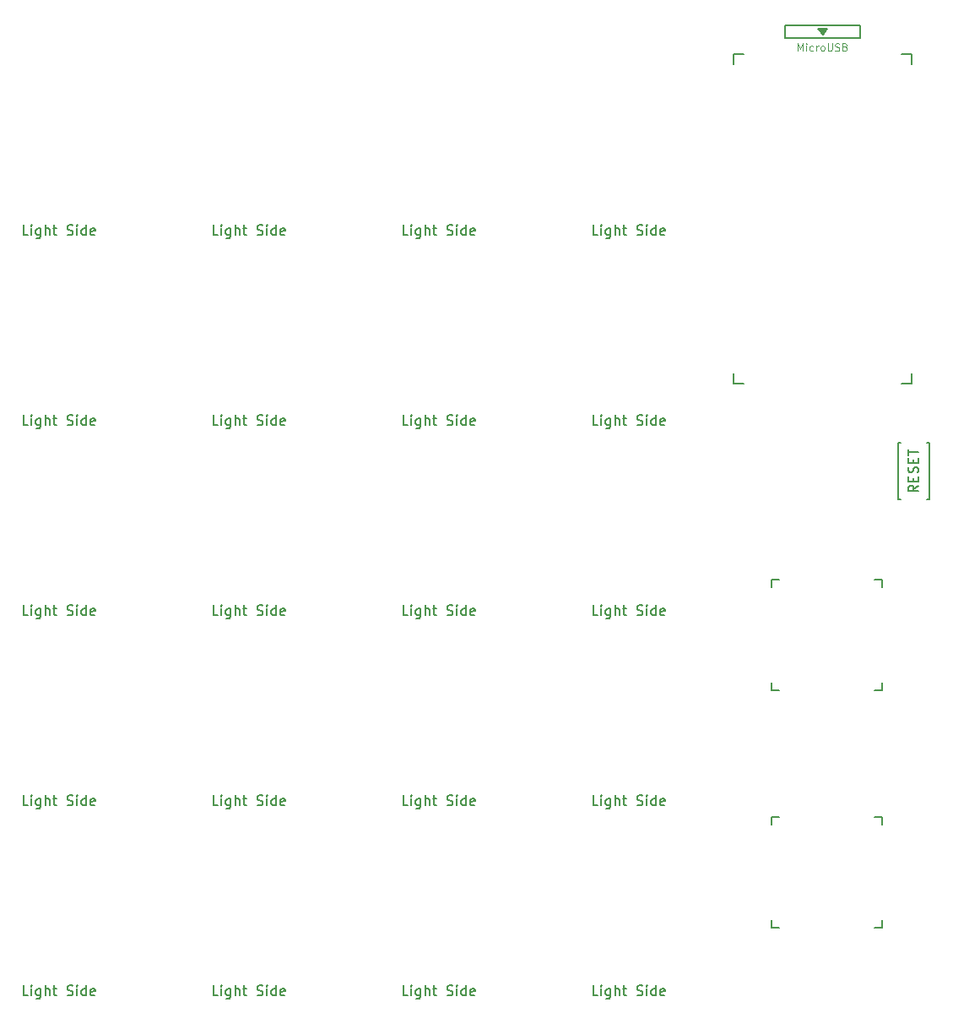
<source format=gto>
%TF.GenerationSoftware,KiCad,Pcbnew,(5.1.10-1-10_14)*%
%TF.CreationDate,2021-11-10T22:24:01+09:00*%
%TF.ProjectId,macropad,6d616372-6f70-4616-942e-6b696361645f,rev?*%
%TF.SameCoordinates,Original*%
%TF.FileFunction,Legend,Top*%
%TF.FilePolarity,Positive*%
%FSLAX46Y46*%
G04 Gerber Fmt 4.6, Leading zero omitted, Abs format (unit mm)*
G04 Created by KiCad (PCBNEW (5.1.10-1-10_14)) date 2021-11-10 22:24:01*
%MOMM*%
%LPD*%
G01*
G04 APERTURE LIST*
%ADD10C,0.150000*%
%ADD11C,0.120000*%
G04 APERTURE END LIST*
D10*
%TO.C,SW21*%
X110328500Y-167482250D02*
X109534750Y-167482250D01*
X109534750Y-167482250D02*
X109534750Y-166688500D01*
X110328500Y-156369750D02*
X109534750Y-156369750D01*
X109534750Y-156369750D02*
X109534750Y-157163500D01*
X119853500Y-167482250D02*
X120647250Y-167482250D01*
X120647250Y-167482250D02*
X120647250Y-166688500D01*
X120647250Y-157163500D02*
X120647250Y-156369750D01*
X120647250Y-156369750D02*
X119853500Y-156369750D01*
%TO.C,SW22*%
X120647250Y-180181750D02*
X119853500Y-180181750D01*
X120647250Y-180975500D02*
X120647250Y-180181750D01*
X120647250Y-191294250D02*
X120647250Y-190500500D01*
X119853500Y-191294250D02*
X120647250Y-191294250D01*
X109534750Y-180181750D02*
X109534750Y-180975500D01*
X110328500Y-180181750D02*
X109534750Y-180181750D01*
X109534750Y-191294250D02*
X109534750Y-190500500D01*
X110328500Y-191294250D02*
X109534750Y-191294250D01*
%TO.C,SW23*%
X122224896Y-142650000D02*
X122474896Y-142650000D01*
X122224896Y-148350000D02*
X122224896Y-142650000D01*
X122224896Y-148350000D02*
X122474896Y-148350000D01*
X125424896Y-148350000D02*
X125174896Y-148350000D01*
X125424896Y-142650000D02*
X125174896Y-142650000D01*
X125424896Y-148350000D02*
X125424896Y-142650000D01*
%TO.C,U1*%
X123591000Y-136750000D02*
X122581000Y-136750000D01*
X105791000Y-136750000D02*
X106791000Y-136750000D01*
X123591000Y-135750000D02*
X123591000Y-136750000D01*
X105791000Y-135700000D02*
X105791000Y-136750000D01*
X123591000Y-103700000D02*
X122641000Y-103700000D01*
X105791000Y-103700000D02*
X106791000Y-103700000D01*
X123591000Y-103700000D02*
X123591000Y-104700000D01*
X105791000Y-103700000D02*
X105791000Y-104700000D01*
X110941000Y-100800000D02*
X110941000Y-102100000D01*
X110941000Y-102100000D02*
X118441000Y-102100000D01*
X118441000Y-102100000D02*
X118441000Y-100800000D01*
X118441000Y-100800000D02*
X110941000Y-100800000D01*
X114191000Y-101150000D02*
X115191000Y-101150000D01*
X115191000Y-101150000D02*
X114691000Y-101800000D01*
X114691000Y-101800000D02*
X114191000Y-101150000D01*
X114341000Y-101300000D02*
X115041000Y-101300000D01*
X114441000Y-101450000D02*
X114941000Y-101450000D01*
X114541000Y-101600000D02*
X114841000Y-101600000D01*
%TO.C,L1*%
X35004761Y-121864380D02*
X34528571Y-121864380D01*
X34528571Y-120864380D01*
X35338095Y-121864380D02*
X35338095Y-121197714D01*
X35338095Y-120864380D02*
X35290476Y-120912000D01*
X35338095Y-120959619D01*
X35385714Y-120912000D01*
X35338095Y-120864380D01*
X35338095Y-120959619D01*
X36242857Y-121197714D02*
X36242857Y-122007238D01*
X36195238Y-122102476D01*
X36147619Y-122150095D01*
X36052380Y-122197714D01*
X35909523Y-122197714D01*
X35814285Y-122150095D01*
X36242857Y-121816761D02*
X36147619Y-121864380D01*
X35957142Y-121864380D01*
X35861904Y-121816761D01*
X35814285Y-121769142D01*
X35766666Y-121673904D01*
X35766666Y-121388190D01*
X35814285Y-121292952D01*
X35861904Y-121245333D01*
X35957142Y-121197714D01*
X36147619Y-121197714D01*
X36242857Y-121245333D01*
X36719047Y-121864380D02*
X36719047Y-120864380D01*
X37147619Y-121864380D02*
X37147619Y-121340571D01*
X37100000Y-121245333D01*
X37004761Y-121197714D01*
X36861904Y-121197714D01*
X36766666Y-121245333D01*
X36719047Y-121292952D01*
X37480952Y-121197714D02*
X37861904Y-121197714D01*
X37623809Y-120864380D02*
X37623809Y-121721523D01*
X37671428Y-121816761D01*
X37766666Y-121864380D01*
X37861904Y-121864380D01*
X38909523Y-121816761D02*
X39052380Y-121864380D01*
X39290476Y-121864380D01*
X39385714Y-121816761D01*
X39433333Y-121769142D01*
X39480952Y-121673904D01*
X39480952Y-121578666D01*
X39433333Y-121483428D01*
X39385714Y-121435809D01*
X39290476Y-121388190D01*
X39100000Y-121340571D01*
X39004761Y-121292952D01*
X38957142Y-121245333D01*
X38909523Y-121150095D01*
X38909523Y-121054857D01*
X38957142Y-120959619D01*
X39004761Y-120912000D01*
X39100000Y-120864380D01*
X39338095Y-120864380D01*
X39480952Y-120912000D01*
X39909523Y-121864380D02*
X39909523Y-121197714D01*
X39909523Y-120864380D02*
X39861904Y-120912000D01*
X39909523Y-120959619D01*
X39957142Y-120912000D01*
X39909523Y-120864380D01*
X39909523Y-120959619D01*
X40814285Y-121864380D02*
X40814285Y-120864380D01*
X40814285Y-121816761D02*
X40719047Y-121864380D01*
X40528571Y-121864380D01*
X40433333Y-121816761D01*
X40385714Y-121769142D01*
X40338095Y-121673904D01*
X40338095Y-121388190D01*
X40385714Y-121292952D01*
X40433333Y-121245333D01*
X40528571Y-121197714D01*
X40719047Y-121197714D01*
X40814285Y-121245333D01*
X41671428Y-121816761D02*
X41576190Y-121864380D01*
X41385714Y-121864380D01*
X41290476Y-121816761D01*
X41242857Y-121721523D01*
X41242857Y-121340571D01*
X41290476Y-121245333D01*
X41385714Y-121197714D01*
X41576190Y-121197714D01*
X41671428Y-121245333D01*
X41719047Y-121340571D01*
X41719047Y-121435809D01*
X41242857Y-121531047D01*
%TO.C,L2*%
X54054761Y-121864380D02*
X53578571Y-121864380D01*
X53578571Y-120864380D01*
X54388095Y-121864380D02*
X54388095Y-121197714D01*
X54388095Y-120864380D02*
X54340476Y-120912000D01*
X54388095Y-120959619D01*
X54435714Y-120912000D01*
X54388095Y-120864380D01*
X54388095Y-120959619D01*
X55292857Y-121197714D02*
X55292857Y-122007238D01*
X55245238Y-122102476D01*
X55197619Y-122150095D01*
X55102380Y-122197714D01*
X54959523Y-122197714D01*
X54864285Y-122150095D01*
X55292857Y-121816761D02*
X55197619Y-121864380D01*
X55007142Y-121864380D01*
X54911904Y-121816761D01*
X54864285Y-121769142D01*
X54816666Y-121673904D01*
X54816666Y-121388190D01*
X54864285Y-121292952D01*
X54911904Y-121245333D01*
X55007142Y-121197714D01*
X55197619Y-121197714D01*
X55292857Y-121245333D01*
X55769047Y-121864380D02*
X55769047Y-120864380D01*
X56197619Y-121864380D02*
X56197619Y-121340571D01*
X56150000Y-121245333D01*
X56054761Y-121197714D01*
X55911904Y-121197714D01*
X55816666Y-121245333D01*
X55769047Y-121292952D01*
X56530952Y-121197714D02*
X56911904Y-121197714D01*
X56673809Y-120864380D02*
X56673809Y-121721523D01*
X56721428Y-121816761D01*
X56816666Y-121864380D01*
X56911904Y-121864380D01*
X57959523Y-121816761D02*
X58102380Y-121864380D01*
X58340476Y-121864380D01*
X58435714Y-121816761D01*
X58483333Y-121769142D01*
X58530952Y-121673904D01*
X58530952Y-121578666D01*
X58483333Y-121483428D01*
X58435714Y-121435809D01*
X58340476Y-121388190D01*
X58150000Y-121340571D01*
X58054761Y-121292952D01*
X58007142Y-121245333D01*
X57959523Y-121150095D01*
X57959523Y-121054857D01*
X58007142Y-120959619D01*
X58054761Y-120912000D01*
X58150000Y-120864380D01*
X58388095Y-120864380D01*
X58530952Y-120912000D01*
X58959523Y-121864380D02*
X58959523Y-121197714D01*
X58959523Y-120864380D02*
X58911904Y-120912000D01*
X58959523Y-120959619D01*
X59007142Y-120912000D01*
X58959523Y-120864380D01*
X58959523Y-120959619D01*
X59864285Y-121864380D02*
X59864285Y-120864380D01*
X59864285Y-121816761D02*
X59769047Y-121864380D01*
X59578571Y-121864380D01*
X59483333Y-121816761D01*
X59435714Y-121769142D01*
X59388095Y-121673904D01*
X59388095Y-121388190D01*
X59435714Y-121292952D01*
X59483333Y-121245333D01*
X59578571Y-121197714D01*
X59769047Y-121197714D01*
X59864285Y-121245333D01*
X60721428Y-121816761D02*
X60626190Y-121864380D01*
X60435714Y-121864380D01*
X60340476Y-121816761D01*
X60292857Y-121721523D01*
X60292857Y-121340571D01*
X60340476Y-121245333D01*
X60435714Y-121197714D01*
X60626190Y-121197714D01*
X60721428Y-121245333D01*
X60769047Y-121340571D01*
X60769047Y-121435809D01*
X60292857Y-121531047D01*
%TO.C,L3*%
X73104761Y-121864380D02*
X72628571Y-121864380D01*
X72628571Y-120864380D01*
X73438095Y-121864380D02*
X73438095Y-121197714D01*
X73438095Y-120864380D02*
X73390476Y-120912000D01*
X73438095Y-120959619D01*
X73485714Y-120912000D01*
X73438095Y-120864380D01*
X73438095Y-120959619D01*
X74342857Y-121197714D02*
X74342857Y-122007238D01*
X74295238Y-122102476D01*
X74247619Y-122150095D01*
X74152380Y-122197714D01*
X74009523Y-122197714D01*
X73914285Y-122150095D01*
X74342857Y-121816761D02*
X74247619Y-121864380D01*
X74057142Y-121864380D01*
X73961904Y-121816761D01*
X73914285Y-121769142D01*
X73866666Y-121673904D01*
X73866666Y-121388190D01*
X73914285Y-121292952D01*
X73961904Y-121245333D01*
X74057142Y-121197714D01*
X74247619Y-121197714D01*
X74342857Y-121245333D01*
X74819047Y-121864380D02*
X74819047Y-120864380D01*
X75247619Y-121864380D02*
X75247619Y-121340571D01*
X75200000Y-121245333D01*
X75104761Y-121197714D01*
X74961904Y-121197714D01*
X74866666Y-121245333D01*
X74819047Y-121292952D01*
X75580952Y-121197714D02*
X75961904Y-121197714D01*
X75723809Y-120864380D02*
X75723809Y-121721523D01*
X75771428Y-121816761D01*
X75866666Y-121864380D01*
X75961904Y-121864380D01*
X77009523Y-121816761D02*
X77152380Y-121864380D01*
X77390476Y-121864380D01*
X77485714Y-121816761D01*
X77533333Y-121769142D01*
X77580952Y-121673904D01*
X77580952Y-121578666D01*
X77533333Y-121483428D01*
X77485714Y-121435809D01*
X77390476Y-121388190D01*
X77200000Y-121340571D01*
X77104761Y-121292952D01*
X77057142Y-121245333D01*
X77009523Y-121150095D01*
X77009523Y-121054857D01*
X77057142Y-120959619D01*
X77104761Y-120912000D01*
X77200000Y-120864380D01*
X77438095Y-120864380D01*
X77580952Y-120912000D01*
X78009523Y-121864380D02*
X78009523Y-121197714D01*
X78009523Y-120864380D02*
X77961904Y-120912000D01*
X78009523Y-120959619D01*
X78057142Y-120912000D01*
X78009523Y-120864380D01*
X78009523Y-120959619D01*
X78914285Y-121864380D02*
X78914285Y-120864380D01*
X78914285Y-121816761D02*
X78819047Y-121864380D01*
X78628571Y-121864380D01*
X78533333Y-121816761D01*
X78485714Y-121769142D01*
X78438095Y-121673904D01*
X78438095Y-121388190D01*
X78485714Y-121292952D01*
X78533333Y-121245333D01*
X78628571Y-121197714D01*
X78819047Y-121197714D01*
X78914285Y-121245333D01*
X79771428Y-121816761D02*
X79676190Y-121864380D01*
X79485714Y-121864380D01*
X79390476Y-121816761D01*
X79342857Y-121721523D01*
X79342857Y-121340571D01*
X79390476Y-121245333D01*
X79485714Y-121197714D01*
X79676190Y-121197714D01*
X79771428Y-121245333D01*
X79819047Y-121340571D01*
X79819047Y-121435809D01*
X79342857Y-121531047D01*
%TO.C,L4*%
X92154761Y-121864380D02*
X91678571Y-121864380D01*
X91678571Y-120864380D01*
X92488095Y-121864380D02*
X92488095Y-121197714D01*
X92488095Y-120864380D02*
X92440476Y-120912000D01*
X92488095Y-120959619D01*
X92535714Y-120912000D01*
X92488095Y-120864380D01*
X92488095Y-120959619D01*
X93392857Y-121197714D02*
X93392857Y-122007238D01*
X93345238Y-122102476D01*
X93297619Y-122150095D01*
X93202380Y-122197714D01*
X93059523Y-122197714D01*
X92964285Y-122150095D01*
X93392857Y-121816761D02*
X93297619Y-121864380D01*
X93107142Y-121864380D01*
X93011904Y-121816761D01*
X92964285Y-121769142D01*
X92916666Y-121673904D01*
X92916666Y-121388190D01*
X92964285Y-121292952D01*
X93011904Y-121245333D01*
X93107142Y-121197714D01*
X93297619Y-121197714D01*
X93392857Y-121245333D01*
X93869047Y-121864380D02*
X93869047Y-120864380D01*
X94297619Y-121864380D02*
X94297619Y-121340571D01*
X94250000Y-121245333D01*
X94154761Y-121197714D01*
X94011904Y-121197714D01*
X93916666Y-121245333D01*
X93869047Y-121292952D01*
X94630952Y-121197714D02*
X95011904Y-121197714D01*
X94773809Y-120864380D02*
X94773809Y-121721523D01*
X94821428Y-121816761D01*
X94916666Y-121864380D01*
X95011904Y-121864380D01*
X96059523Y-121816761D02*
X96202380Y-121864380D01*
X96440476Y-121864380D01*
X96535714Y-121816761D01*
X96583333Y-121769142D01*
X96630952Y-121673904D01*
X96630952Y-121578666D01*
X96583333Y-121483428D01*
X96535714Y-121435809D01*
X96440476Y-121388190D01*
X96250000Y-121340571D01*
X96154761Y-121292952D01*
X96107142Y-121245333D01*
X96059523Y-121150095D01*
X96059523Y-121054857D01*
X96107142Y-120959619D01*
X96154761Y-120912000D01*
X96250000Y-120864380D01*
X96488095Y-120864380D01*
X96630952Y-120912000D01*
X97059523Y-121864380D02*
X97059523Y-121197714D01*
X97059523Y-120864380D02*
X97011904Y-120912000D01*
X97059523Y-120959619D01*
X97107142Y-120912000D01*
X97059523Y-120864380D01*
X97059523Y-120959619D01*
X97964285Y-121864380D02*
X97964285Y-120864380D01*
X97964285Y-121816761D02*
X97869047Y-121864380D01*
X97678571Y-121864380D01*
X97583333Y-121816761D01*
X97535714Y-121769142D01*
X97488095Y-121673904D01*
X97488095Y-121388190D01*
X97535714Y-121292952D01*
X97583333Y-121245333D01*
X97678571Y-121197714D01*
X97869047Y-121197714D01*
X97964285Y-121245333D01*
X98821428Y-121816761D02*
X98726190Y-121864380D01*
X98535714Y-121864380D01*
X98440476Y-121816761D01*
X98392857Y-121721523D01*
X98392857Y-121340571D01*
X98440476Y-121245333D01*
X98535714Y-121197714D01*
X98726190Y-121197714D01*
X98821428Y-121245333D01*
X98869047Y-121340571D01*
X98869047Y-121435809D01*
X98392857Y-121531047D01*
%TO.C,L5*%
X35004761Y-140914380D02*
X34528571Y-140914380D01*
X34528571Y-139914380D01*
X35338095Y-140914380D02*
X35338095Y-140247714D01*
X35338095Y-139914380D02*
X35290476Y-139962000D01*
X35338095Y-140009619D01*
X35385714Y-139962000D01*
X35338095Y-139914380D01*
X35338095Y-140009619D01*
X36242857Y-140247714D02*
X36242857Y-141057238D01*
X36195238Y-141152476D01*
X36147619Y-141200095D01*
X36052380Y-141247714D01*
X35909523Y-141247714D01*
X35814285Y-141200095D01*
X36242857Y-140866761D02*
X36147619Y-140914380D01*
X35957142Y-140914380D01*
X35861904Y-140866761D01*
X35814285Y-140819142D01*
X35766666Y-140723904D01*
X35766666Y-140438190D01*
X35814285Y-140342952D01*
X35861904Y-140295333D01*
X35957142Y-140247714D01*
X36147619Y-140247714D01*
X36242857Y-140295333D01*
X36719047Y-140914380D02*
X36719047Y-139914380D01*
X37147619Y-140914380D02*
X37147619Y-140390571D01*
X37100000Y-140295333D01*
X37004761Y-140247714D01*
X36861904Y-140247714D01*
X36766666Y-140295333D01*
X36719047Y-140342952D01*
X37480952Y-140247714D02*
X37861904Y-140247714D01*
X37623809Y-139914380D02*
X37623809Y-140771523D01*
X37671428Y-140866761D01*
X37766666Y-140914380D01*
X37861904Y-140914380D01*
X38909523Y-140866761D02*
X39052380Y-140914380D01*
X39290476Y-140914380D01*
X39385714Y-140866761D01*
X39433333Y-140819142D01*
X39480952Y-140723904D01*
X39480952Y-140628666D01*
X39433333Y-140533428D01*
X39385714Y-140485809D01*
X39290476Y-140438190D01*
X39100000Y-140390571D01*
X39004761Y-140342952D01*
X38957142Y-140295333D01*
X38909523Y-140200095D01*
X38909523Y-140104857D01*
X38957142Y-140009619D01*
X39004761Y-139962000D01*
X39100000Y-139914380D01*
X39338095Y-139914380D01*
X39480952Y-139962000D01*
X39909523Y-140914380D02*
X39909523Y-140247714D01*
X39909523Y-139914380D02*
X39861904Y-139962000D01*
X39909523Y-140009619D01*
X39957142Y-139962000D01*
X39909523Y-139914380D01*
X39909523Y-140009619D01*
X40814285Y-140914380D02*
X40814285Y-139914380D01*
X40814285Y-140866761D02*
X40719047Y-140914380D01*
X40528571Y-140914380D01*
X40433333Y-140866761D01*
X40385714Y-140819142D01*
X40338095Y-140723904D01*
X40338095Y-140438190D01*
X40385714Y-140342952D01*
X40433333Y-140295333D01*
X40528571Y-140247714D01*
X40719047Y-140247714D01*
X40814285Y-140295333D01*
X41671428Y-140866761D02*
X41576190Y-140914380D01*
X41385714Y-140914380D01*
X41290476Y-140866761D01*
X41242857Y-140771523D01*
X41242857Y-140390571D01*
X41290476Y-140295333D01*
X41385714Y-140247714D01*
X41576190Y-140247714D01*
X41671428Y-140295333D01*
X41719047Y-140390571D01*
X41719047Y-140485809D01*
X41242857Y-140581047D01*
%TO.C,L6*%
X54054761Y-140914380D02*
X53578571Y-140914380D01*
X53578571Y-139914380D01*
X54388095Y-140914380D02*
X54388095Y-140247714D01*
X54388095Y-139914380D02*
X54340476Y-139962000D01*
X54388095Y-140009619D01*
X54435714Y-139962000D01*
X54388095Y-139914380D01*
X54388095Y-140009619D01*
X55292857Y-140247714D02*
X55292857Y-141057238D01*
X55245238Y-141152476D01*
X55197619Y-141200095D01*
X55102380Y-141247714D01*
X54959523Y-141247714D01*
X54864285Y-141200095D01*
X55292857Y-140866761D02*
X55197619Y-140914380D01*
X55007142Y-140914380D01*
X54911904Y-140866761D01*
X54864285Y-140819142D01*
X54816666Y-140723904D01*
X54816666Y-140438190D01*
X54864285Y-140342952D01*
X54911904Y-140295333D01*
X55007142Y-140247714D01*
X55197619Y-140247714D01*
X55292857Y-140295333D01*
X55769047Y-140914380D02*
X55769047Y-139914380D01*
X56197619Y-140914380D02*
X56197619Y-140390571D01*
X56150000Y-140295333D01*
X56054761Y-140247714D01*
X55911904Y-140247714D01*
X55816666Y-140295333D01*
X55769047Y-140342952D01*
X56530952Y-140247714D02*
X56911904Y-140247714D01*
X56673809Y-139914380D02*
X56673809Y-140771523D01*
X56721428Y-140866761D01*
X56816666Y-140914380D01*
X56911904Y-140914380D01*
X57959523Y-140866761D02*
X58102380Y-140914380D01*
X58340476Y-140914380D01*
X58435714Y-140866761D01*
X58483333Y-140819142D01*
X58530952Y-140723904D01*
X58530952Y-140628666D01*
X58483333Y-140533428D01*
X58435714Y-140485809D01*
X58340476Y-140438190D01*
X58150000Y-140390571D01*
X58054761Y-140342952D01*
X58007142Y-140295333D01*
X57959523Y-140200095D01*
X57959523Y-140104857D01*
X58007142Y-140009619D01*
X58054761Y-139962000D01*
X58150000Y-139914380D01*
X58388095Y-139914380D01*
X58530952Y-139962000D01*
X58959523Y-140914380D02*
X58959523Y-140247714D01*
X58959523Y-139914380D02*
X58911904Y-139962000D01*
X58959523Y-140009619D01*
X59007142Y-139962000D01*
X58959523Y-139914380D01*
X58959523Y-140009619D01*
X59864285Y-140914380D02*
X59864285Y-139914380D01*
X59864285Y-140866761D02*
X59769047Y-140914380D01*
X59578571Y-140914380D01*
X59483333Y-140866761D01*
X59435714Y-140819142D01*
X59388095Y-140723904D01*
X59388095Y-140438190D01*
X59435714Y-140342952D01*
X59483333Y-140295333D01*
X59578571Y-140247714D01*
X59769047Y-140247714D01*
X59864285Y-140295333D01*
X60721428Y-140866761D02*
X60626190Y-140914380D01*
X60435714Y-140914380D01*
X60340476Y-140866761D01*
X60292857Y-140771523D01*
X60292857Y-140390571D01*
X60340476Y-140295333D01*
X60435714Y-140247714D01*
X60626190Y-140247714D01*
X60721428Y-140295333D01*
X60769047Y-140390571D01*
X60769047Y-140485809D01*
X60292857Y-140581047D01*
%TO.C,L7*%
X73104761Y-140914380D02*
X72628571Y-140914380D01*
X72628571Y-139914380D01*
X73438095Y-140914380D02*
X73438095Y-140247714D01*
X73438095Y-139914380D02*
X73390476Y-139962000D01*
X73438095Y-140009619D01*
X73485714Y-139962000D01*
X73438095Y-139914380D01*
X73438095Y-140009619D01*
X74342857Y-140247714D02*
X74342857Y-141057238D01*
X74295238Y-141152476D01*
X74247619Y-141200095D01*
X74152380Y-141247714D01*
X74009523Y-141247714D01*
X73914285Y-141200095D01*
X74342857Y-140866761D02*
X74247619Y-140914380D01*
X74057142Y-140914380D01*
X73961904Y-140866761D01*
X73914285Y-140819142D01*
X73866666Y-140723904D01*
X73866666Y-140438190D01*
X73914285Y-140342952D01*
X73961904Y-140295333D01*
X74057142Y-140247714D01*
X74247619Y-140247714D01*
X74342857Y-140295333D01*
X74819047Y-140914380D02*
X74819047Y-139914380D01*
X75247619Y-140914380D02*
X75247619Y-140390571D01*
X75200000Y-140295333D01*
X75104761Y-140247714D01*
X74961904Y-140247714D01*
X74866666Y-140295333D01*
X74819047Y-140342952D01*
X75580952Y-140247714D02*
X75961904Y-140247714D01*
X75723809Y-139914380D02*
X75723809Y-140771523D01*
X75771428Y-140866761D01*
X75866666Y-140914380D01*
X75961904Y-140914380D01*
X77009523Y-140866761D02*
X77152380Y-140914380D01*
X77390476Y-140914380D01*
X77485714Y-140866761D01*
X77533333Y-140819142D01*
X77580952Y-140723904D01*
X77580952Y-140628666D01*
X77533333Y-140533428D01*
X77485714Y-140485809D01*
X77390476Y-140438190D01*
X77200000Y-140390571D01*
X77104761Y-140342952D01*
X77057142Y-140295333D01*
X77009523Y-140200095D01*
X77009523Y-140104857D01*
X77057142Y-140009619D01*
X77104761Y-139962000D01*
X77200000Y-139914380D01*
X77438095Y-139914380D01*
X77580952Y-139962000D01*
X78009523Y-140914380D02*
X78009523Y-140247714D01*
X78009523Y-139914380D02*
X77961904Y-139962000D01*
X78009523Y-140009619D01*
X78057142Y-139962000D01*
X78009523Y-139914380D01*
X78009523Y-140009619D01*
X78914285Y-140914380D02*
X78914285Y-139914380D01*
X78914285Y-140866761D02*
X78819047Y-140914380D01*
X78628571Y-140914380D01*
X78533333Y-140866761D01*
X78485714Y-140819142D01*
X78438095Y-140723904D01*
X78438095Y-140438190D01*
X78485714Y-140342952D01*
X78533333Y-140295333D01*
X78628571Y-140247714D01*
X78819047Y-140247714D01*
X78914285Y-140295333D01*
X79771428Y-140866761D02*
X79676190Y-140914380D01*
X79485714Y-140914380D01*
X79390476Y-140866761D01*
X79342857Y-140771523D01*
X79342857Y-140390571D01*
X79390476Y-140295333D01*
X79485714Y-140247714D01*
X79676190Y-140247714D01*
X79771428Y-140295333D01*
X79819047Y-140390571D01*
X79819047Y-140485809D01*
X79342857Y-140581047D01*
%TO.C,L8*%
X92154761Y-140914380D02*
X91678571Y-140914380D01*
X91678571Y-139914380D01*
X92488095Y-140914380D02*
X92488095Y-140247714D01*
X92488095Y-139914380D02*
X92440476Y-139962000D01*
X92488095Y-140009619D01*
X92535714Y-139962000D01*
X92488095Y-139914380D01*
X92488095Y-140009619D01*
X93392857Y-140247714D02*
X93392857Y-141057238D01*
X93345238Y-141152476D01*
X93297619Y-141200095D01*
X93202380Y-141247714D01*
X93059523Y-141247714D01*
X92964285Y-141200095D01*
X93392857Y-140866761D02*
X93297619Y-140914380D01*
X93107142Y-140914380D01*
X93011904Y-140866761D01*
X92964285Y-140819142D01*
X92916666Y-140723904D01*
X92916666Y-140438190D01*
X92964285Y-140342952D01*
X93011904Y-140295333D01*
X93107142Y-140247714D01*
X93297619Y-140247714D01*
X93392857Y-140295333D01*
X93869047Y-140914380D02*
X93869047Y-139914380D01*
X94297619Y-140914380D02*
X94297619Y-140390571D01*
X94250000Y-140295333D01*
X94154761Y-140247714D01*
X94011904Y-140247714D01*
X93916666Y-140295333D01*
X93869047Y-140342952D01*
X94630952Y-140247714D02*
X95011904Y-140247714D01*
X94773809Y-139914380D02*
X94773809Y-140771523D01*
X94821428Y-140866761D01*
X94916666Y-140914380D01*
X95011904Y-140914380D01*
X96059523Y-140866761D02*
X96202380Y-140914380D01*
X96440476Y-140914380D01*
X96535714Y-140866761D01*
X96583333Y-140819142D01*
X96630952Y-140723904D01*
X96630952Y-140628666D01*
X96583333Y-140533428D01*
X96535714Y-140485809D01*
X96440476Y-140438190D01*
X96250000Y-140390571D01*
X96154761Y-140342952D01*
X96107142Y-140295333D01*
X96059523Y-140200095D01*
X96059523Y-140104857D01*
X96107142Y-140009619D01*
X96154761Y-139962000D01*
X96250000Y-139914380D01*
X96488095Y-139914380D01*
X96630952Y-139962000D01*
X97059523Y-140914380D02*
X97059523Y-140247714D01*
X97059523Y-139914380D02*
X97011904Y-139962000D01*
X97059523Y-140009619D01*
X97107142Y-139962000D01*
X97059523Y-139914380D01*
X97059523Y-140009619D01*
X97964285Y-140914380D02*
X97964285Y-139914380D01*
X97964285Y-140866761D02*
X97869047Y-140914380D01*
X97678571Y-140914380D01*
X97583333Y-140866761D01*
X97535714Y-140819142D01*
X97488095Y-140723904D01*
X97488095Y-140438190D01*
X97535714Y-140342952D01*
X97583333Y-140295333D01*
X97678571Y-140247714D01*
X97869047Y-140247714D01*
X97964285Y-140295333D01*
X98821428Y-140866761D02*
X98726190Y-140914380D01*
X98535714Y-140914380D01*
X98440476Y-140866761D01*
X98392857Y-140771523D01*
X98392857Y-140390571D01*
X98440476Y-140295333D01*
X98535714Y-140247714D01*
X98726190Y-140247714D01*
X98821428Y-140295333D01*
X98869047Y-140390571D01*
X98869047Y-140485809D01*
X98392857Y-140581047D01*
%TO.C,L9*%
X35004761Y-159964380D02*
X34528571Y-159964380D01*
X34528571Y-158964380D01*
X35338095Y-159964380D02*
X35338095Y-159297714D01*
X35338095Y-158964380D02*
X35290476Y-159012000D01*
X35338095Y-159059619D01*
X35385714Y-159012000D01*
X35338095Y-158964380D01*
X35338095Y-159059619D01*
X36242857Y-159297714D02*
X36242857Y-160107238D01*
X36195238Y-160202476D01*
X36147619Y-160250095D01*
X36052380Y-160297714D01*
X35909523Y-160297714D01*
X35814285Y-160250095D01*
X36242857Y-159916761D02*
X36147619Y-159964380D01*
X35957142Y-159964380D01*
X35861904Y-159916761D01*
X35814285Y-159869142D01*
X35766666Y-159773904D01*
X35766666Y-159488190D01*
X35814285Y-159392952D01*
X35861904Y-159345333D01*
X35957142Y-159297714D01*
X36147619Y-159297714D01*
X36242857Y-159345333D01*
X36719047Y-159964380D02*
X36719047Y-158964380D01*
X37147619Y-159964380D02*
X37147619Y-159440571D01*
X37100000Y-159345333D01*
X37004761Y-159297714D01*
X36861904Y-159297714D01*
X36766666Y-159345333D01*
X36719047Y-159392952D01*
X37480952Y-159297714D02*
X37861904Y-159297714D01*
X37623809Y-158964380D02*
X37623809Y-159821523D01*
X37671428Y-159916761D01*
X37766666Y-159964380D01*
X37861904Y-159964380D01*
X38909523Y-159916761D02*
X39052380Y-159964380D01*
X39290476Y-159964380D01*
X39385714Y-159916761D01*
X39433333Y-159869142D01*
X39480952Y-159773904D01*
X39480952Y-159678666D01*
X39433333Y-159583428D01*
X39385714Y-159535809D01*
X39290476Y-159488190D01*
X39100000Y-159440571D01*
X39004761Y-159392952D01*
X38957142Y-159345333D01*
X38909523Y-159250095D01*
X38909523Y-159154857D01*
X38957142Y-159059619D01*
X39004761Y-159012000D01*
X39100000Y-158964380D01*
X39338095Y-158964380D01*
X39480952Y-159012000D01*
X39909523Y-159964380D02*
X39909523Y-159297714D01*
X39909523Y-158964380D02*
X39861904Y-159012000D01*
X39909523Y-159059619D01*
X39957142Y-159012000D01*
X39909523Y-158964380D01*
X39909523Y-159059619D01*
X40814285Y-159964380D02*
X40814285Y-158964380D01*
X40814285Y-159916761D02*
X40719047Y-159964380D01*
X40528571Y-159964380D01*
X40433333Y-159916761D01*
X40385714Y-159869142D01*
X40338095Y-159773904D01*
X40338095Y-159488190D01*
X40385714Y-159392952D01*
X40433333Y-159345333D01*
X40528571Y-159297714D01*
X40719047Y-159297714D01*
X40814285Y-159345333D01*
X41671428Y-159916761D02*
X41576190Y-159964380D01*
X41385714Y-159964380D01*
X41290476Y-159916761D01*
X41242857Y-159821523D01*
X41242857Y-159440571D01*
X41290476Y-159345333D01*
X41385714Y-159297714D01*
X41576190Y-159297714D01*
X41671428Y-159345333D01*
X41719047Y-159440571D01*
X41719047Y-159535809D01*
X41242857Y-159631047D01*
%TO.C,L10*%
X54054761Y-159964380D02*
X53578571Y-159964380D01*
X53578571Y-158964380D01*
X54388095Y-159964380D02*
X54388095Y-159297714D01*
X54388095Y-158964380D02*
X54340476Y-159012000D01*
X54388095Y-159059619D01*
X54435714Y-159012000D01*
X54388095Y-158964380D01*
X54388095Y-159059619D01*
X55292857Y-159297714D02*
X55292857Y-160107238D01*
X55245238Y-160202476D01*
X55197619Y-160250095D01*
X55102380Y-160297714D01*
X54959523Y-160297714D01*
X54864285Y-160250095D01*
X55292857Y-159916761D02*
X55197619Y-159964380D01*
X55007142Y-159964380D01*
X54911904Y-159916761D01*
X54864285Y-159869142D01*
X54816666Y-159773904D01*
X54816666Y-159488190D01*
X54864285Y-159392952D01*
X54911904Y-159345333D01*
X55007142Y-159297714D01*
X55197619Y-159297714D01*
X55292857Y-159345333D01*
X55769047Y-159964380D02*
X55769047Y-158964380D01*
X56197619Y-159964380D02*
X56197619Y-159440571D01*
X56150000Y-159345333D01*
X56054761Y-159297714D01*
X55911904Y-159297714D01*
X55816666Y-159345333D01*
X55769047Y-159392952D01*
X56530952Y-159297714D02*
X56911904Y-159297714D01*
X56673809Y-158964380D02*
X56673809Y-159821523D01*
X56721428Y-159916761D01*
X56816666Y-159964380D01*
X56911904Y-159964380D01*
X57959523Y-159916761D02*
X58102380Y-159964380D01*
X58340476Y-159964380D01*
X58435714Y-159916761D01*
X58483333Y-159869142D01*
X58530952Y-159773904D01*
X58530952Y-159678666D01*
X58483333Y-159583428D01*
X58435714Y-159535809D01*
X58340476Y-159488190D01*
X58150000Y-159440571D01*
X58054761Y-159392952D01*
X58007142Y-159345333D01*
X57959523Y-159250095D01*
X57959523Y-159154857D01*
X58007142Y-159059619D01*
X58054761Y-159012000D01*
X58150000Y-158964380D01*
X58388095Y-158964380D01*
X58530952Y-159012000D01*
X58959523Y-159964380D02*
X58959523Y-159297714D01*
X58959523Y-158964380D02*
X58911904Y-159012000D01*
X58959523Y-159059619D01*
X59007142Y-159012000D01*
X58959523Y-158964380D01*
X58959523Y-159059619D01*
X59864285Y-159964380D02*
X59864285Y-158964380D01*
X59864285Y-159916761D02*
X59769047Y-159964380D01*
X59578571Y-159964380D01*
X59483333Y-159916761D01*
X59435714Y-159869142D01*
X59388095Y-159773904D01*
X59388095Y-159488190D01*
X59435714Y-159392952D01*
X59483333Y-159345333D01*
X59578571Y-159297714D01*
X59769047Y-159297714D01*
X59864285Y-159345333D01*
X60721428Y-159916761D02*
X60626190Y-159964380D01*
X60435714Y-159964380D01*
X60340476Y-159916761D01*
X60292857Y-159821523D01*
X60292857Y-159440571D01*
X60340476Y-159345333D01*
X60435714Y-159297714D01*
X60626190Y-159297714D01*
X60721428Y-159345333D01*
X60769047Y-159440571D01*
X60769047Y-159535809D01*
X60292857Y-159631047D01*
%TO.C,L11*%
X73104761Y-159964380D02*
X72628571Y-159964380D01*
X72628571Y-158964380D01*
X73438095Y-159964380D02*
X73438095Y-159297714D01*
X73438095Y-158964380D02*
X73390476Y-159012000D01*
X73438095Y-159059619D01*
X73485714Y-159012000D01*
X73438095Y-158964380D01*
X73438095Y-159059619D01*
X74342857Y-159297714D02*
X74342857Y-160107238D01*
X74295238Y-160202476D01*
X74247619Y-160250095D01*
X74152380Y-160297714D01*
X74009523Y-160297714D01*
X73914285Y-160250095D01*
X74342857Y-159916761D02*
X74247619Y-159964380D01*
X74057142Y-159964380D01*
X73961904Y-159916761D01*
X73914285Y-159869142D01*
X73866666Y-159773904D01*
X73866666Y-159488190D01*
X73914285Y-159392952D01*
X73961904Y-159345333D01*
X74057142Y-159297714D01*
X74247619Y-159297714D01*
X74342857Y-159345333D01*
X74819047Y-159964380D02*
X74819047Y-158964380D01*
X75247619Y-159964380D02*
X75247619Y-159440571D01*
X75200000Y-159345333D01*
X75104761Y-159297714D01*
X74961904Y-159297714D01*
X74866666Y-159345333D01*
X74819047Y-159392952D01*
X75580952Y-159297714D02*
X75961904Y-159297714D01*
X75723809Y-158964380D02*
X75723809Y-159821523D01*
X75771428Y-159916761D01*
X75866666Y-159964380D01*
X75961904Y-159964380D01*
X77009523Y-159916761D02*
X77152380Y-159964380D01*
X77390476Y-159964380D01*
X77485714Y-159916761D01*
X77533333Y-159869142D01*
X77580952Y-159773904D01*
X77580952Y-159678666D01*
X77533333Y-159583428D01*
X77485714Y-159535809D01*
X77390476Y-159488190D01*
X77200000Y-159440571D01*
X77104761Y-159392952D01*
X77057142Y-159345333D01*
X77009523Y-159250095D01*
X77009523Y-159154857D01*
X77057142Y-159059619D01*
X77104761Y-159012000D01*
X77200000Y-158964380D01*
X77438095Y-158964380D01*
X77580952Y-159012000D01*
X78009523Y-159964380D02*
X78009523Y-159297714D01*
X78009523Y-158964380D02*
X77961904Y-159012000D01*
X78009523Y-159059619D01*
X78057142Y-159012000D01*
X78009523Y-158964380D01*
X78009523Y-159059619D01*
X78914285Y-159964380D02*
X78914285Y-158964380D01*
X78914285Y-159916761D02*
X78819047Y-159964380D01*
X78628571Y-159964380D01*
X78533333Y-159916761D01*
X78485714Y-159869142D01*
X78438095Y-159773904D01*
X78438095Y-159488190D01*
X78485714Y-159392952D01*
X78533333Y-159345333D01*
X78628571Y-159297714D01*
X78819047Y-159297714D01*
X78914285Y-159345333D01*
X79771428Y-159916761D02*
X79676190Y-159964380D01*
X79485714Y-159964380D01*
X79390476Y-159916761D01*
X79342857Y-159821523D01*
X79342857Y-159440571D01*
X79390476Y-159345333D01*
X79485714Y-159297714D01*
X79676190Y-159297714D01*
X79771428Y-159345333D01*
X79819047Y-159440571D01*
X79819047Y-159535809D01*
X79342857Y-159631047D01*
%TO.C,L12*%
X92154761Y-159964380D02*
X91678571Y-159964380D01*
X91678571Y-158964380D01*
X92488095Y-159964380D02*
X92488095Y-159297714D01*
X92488095Y-158964380D02*
X92440476Y-159012000D01*
X92488095Y-159059619D01*
X92535714Y-159012000D01*
X92488095Y-158964380D01*
X92488095Y-159059619D01*
X93392857Y-159297714D02*
X93392857Y-160107238D01*
X93345238Y-160202476D01*
X93297619Y-160250095D01*
X93202380Y-160297714D01*
X93059523Y-160297714D01*
X92964285Y-160250095D01*
X93392857Y-159916761D02*
X93297619Y-159964380D01*
X93107142Y-159964380D01*
X93011904Y-159916761D01*
X92964285Y-159869142D01*
X92916666Y-159773904D01*
X92916666Y-159488190D01*
X92964285Y-159392952D01*
X93011904Y-159345333D01*
X93107142Y-159297714D01*
X93297619Y-159297714D01*
X93392857Y-159345333D01*
X93869047Y-159964380D02*
X93869047Y-158964380D01*
X94297619Y-159964380D02*
X94297619Y-159440571D01*
X94250000Y-159345333D01*
X94154761Y-159297714D01*
X94011904Y-159297714D01*
X93916666Y-159345333D01*
X93869047Y-159392952D01*
X94630952Y-159297714D02*
X95011904Y-159297714D01*
X94773809Y-158964380D02*
X94773809Y-159821523D01*
X94821428Y-159916761D01*
X94916666Y-159964380D01*
X95011904Y-159964380D01*
X96059523Y-159916761D02*
X96202380Y-159964380D01*
X96440476Y-159964380D01*
X96535714Y-159916761D01*
X96583333Y-159869142D01*
X96630952Y-159773904D01*
X96630952Y-159678666D01*
X96583333Y-159583428D01*
X96535714Y-159535809D01*
X96440476Y-159488190D01*
X96250000Y-159440571D01*
X96154761Y-159392952D01*
X96107142Y-159345333D01*
X96059523Y-159250095D01*
X96059523Y-159154857D01*
X96107142Y-159059619D01*
X96154761Y-159012000D01*
X96250000Y-158964380D01*
X96488095Y-158964380D01*
X96630952Y-159012000D01*
X97059523Y-159964380D02*
X97059523Y-159297714D01*
X97059523Y-158964380D02*
X97011904Y-159012000D01*
X97059523Y-159059619D01*
X97107142Y-159012000D01*
X97059523Y-158964380D01*
X97059523Y-159059619D01*
X97964285Y-159964380D02*
X97964285Y-158964380D01*
X97964285Y-159916761D02*
X97869047Y-159964380D01*
X97678571Y-159964380D01*
X97583333Y-159916761D01*
X97535714Y-159869142D01*
X97488095Y-159773904D01*
X97488095Y-159488190D01*
X97535714Y-159392952D01*
X97583333Y-159345333D01*
X97678571Y-159297714D01*
X97869047Y-159297714D01*
X97964285Y-159345333D01*
X98821428Y-159916761D02*
X98726190Y-159964380D01*
X98535714Y-159964380D01*
X98440476Y-159916761D01*
X98392857Y-159821523D01*
X98392857Y-159440571D01*
X98440476Y-159345333D01*
X98535714Y-159297714D01*
X98726190Y-159297714D01*
X98821428Y-159345333D01*
X98869047Y-159440571D01*
X98869047Y-159535809D01*
X98392857Y-159631047D01*
%TO.C,L13*%
X35004761Y-179014380D02*
X34528571Y-179014380D01*
X34528571Y-178014380D01*
X35338095Y-179014380D02*
X35338095Y-178347714D01*
X35338095Y-178014380D02*
X35290476Y-178062000D01*
X35338095Y-178109619D01*
X35385714Y-178062000D01*
X35338095Y-178014380D01*
X35338095Y-178109619D01*
X36242857Y-178347714D02*
X36242857Y-179157238D01*
X36195238Y-179252476D01*
X36147619Y-179300095D01*
X36052380Y-179347714D01*
X35909523Y-179347714D01*
X35814285Y-179300095D01*
X36242857Y-178966761D02*
X36147619Y-179014380D01*
X35957142Y-179014380D01*
X35861904Y-178966761D01*
X35814285Y-178919142D01*
X35766666Y-178823904D01*
X35766666Y-178538190D01*
X35814285Y-178442952D01*
X35861904Y-178395333D01*
X35957142Y-178347714D01*
X36147619Y-178347714D01*
X36242857Y-178395333D01*
X36719047Y-179014380D02*
X36719047Y-178014380D01*
X37147619Y-179014380D02*
X37147619Y-178490571D01*
X37100000Y-178395333D01*
X37004761Y-178347714D01*
X36861904Y-178347714D01*
X36766666Y-178395333D01*
X36719047Y-178442952D01*
X37480952Y-178347714D02*
X37861904Y-178347714D01*
X37623809Y-178014380D02*
X37623809Y-178871523D01*
X37671428Y-178966761D01*
X37766666Y-179014380D01*
X37861904Y-179014380D01*
X38909523Y-178966761D02*
X39052380Y-179014380D01*
X39290476Y-179014380D01*
X39385714Y-178966761D01*
X39433333Y-178919142D01*
X39480952Y-178823904D01*
X39480952Y-178728666D01*
X39433333Y-178633428D01*
X39385714Y-178585809D01*
X39290476Y-178538190D01*
X39100000Y-178490571D01*
X39004761Y-178442952D01*
X38957142Y-178395333D01*
X38909523Y-178300095D01*
X38909523Y-178204857D01*
X38957142Y-178109619D01*
X39004761Y-178062000D01*
X39100000Y-178014380D01*
X39338095Y-178014380D01*
X39480952Y-178062000D01*
X39909523Y-179014380D02*
X39909523Y-178347714D01*
X39909523Y-178014380D02*
X39861904Y-178062000D01*
X39909523Y-178109619D01*
X39957142Y-178062000D01*
X39909523Y-178014380D01*
X39909523Y-178109619D01*
X40814285Y-179014380D02*
X40814285Y-178014380D01*
X40814285Y-178966761D02*
X40719047Y-179014380D01*
X40528571Y-179014380D01*
X40433333Y-178966761D01*
X40385714Y-178919142D01*
X40338095Y-178823904D01*
X40338095Y-178538190D01*
X40385714Y-178442952D01*
X40433333Y-178395333D01*
X40528571Y-178347714D01*
X40719047Y-178347714D01*
X40814285Y-178395333D01*
X41671428Y-178966761D02*
X41576190Y-179014380D01*
X41385714Y-179014380D01*
X41290476Y-178966761D01*
X41242857Y-178871523D01*
X41242857Y-178490571D01*
X41290476Y-178395333D01*
X41385714Y-178347714D01*
X41576190Y-178347714D01*
X41671428Y-178395333D01*
X41719047Y-178490571D01*
X41719047Y-178585809D01*
X41242857Y-178681047D01*
%TO.C,L14*%
X54054761Y-179014380D02*
X53578571Y-179014380D01*
X53578571Y-178014380D01*
X54388095Y-179014380D02*
X54388095Y-178347714D01*
X54388095Y-178014380D02*
X54340476Y-178062000D01*
X54388095Y-178109619D01*
X54435714Y-178062000D01*
X54388095Y-178014380D01*
X54388095Y-178109619D01*
X55292857Y-178347714D02*
X55292857Y-179157238D01*
X55245238Y-179252476D01*
X55197619Y-179300095D01*
X55102380Y-179347714D01*
X54959523Y-179347714D01*
X54864285Y-179300095D01*
X55292857Y-178966761D02*
X55197619Y-179014380D01*
X55007142Y-179014380D01*
X54911904Y-178966761D01*
X54864285Y-178919142D01*
X54816666Y-178823904D01*
X54816666Y-178538190D01*
X54864285Y-178442952D01*
X54911904Y-178395333D01*
X55007142Y-178347714D01*
X55197619Y-178347714D01*
X55292857Y-178395333D01*
X55769047Y-179014380D02*
X55769047Y-178014380D01*
X56197619Y-179014380D02*
X56197619Y-178490571D01*
X56150000Y-178395333D01*
X56054761Y-178347714D01*
X55911904Y-178347714D01*
X55816666Y-178395333D01*
X55769047Y-178442952D01*
X56530952Y-178347714D02*
X56911904Y-178347714D01*
X56673809Y-178014380D02*
X56673809Y-178871523D01*
X56721428Y-178966761D01*
X56816666Y-179014380D01*
X56911904Y-179014380D01*
X57959523Y-178966761D02*
X58102380Y-179014380D01*
X58340476Y-179014380D01*
X58435714Y-178966761D01*
X58483333Y-178919142D01*
X58530952Y-178823904D01*
X58530952Y-178728666D01*
X58483333Y-178633428D01*
X58435714Y-178585809D01*
X58340476Y-178538190D01*
X58150000Y-178490571D01*
X58054761Y-178442952D01*
X58007142Y-178395333D01*
X57959523Y-178300095D01*
X57959523Y-178204857D01*
X58007142Y-178109619D01*
X58054761Y-178062000D01*
X58150000Y-178014380D01*
X58388095Y-178014380D01*
X58530952Y-178062000D01*
X58959523Y-179014380D02*
X58959523Y-178347714D01*
X58959523Y-178014380D02*
X58911904Y-178062000D01*
X58959523Y-178109619D01*
X59007142Y-178062000D01*
X58959523Y-178014380D01*
X58959523Y-178109619D01*
X59864285Y-179014380D02*
X59864285Y-178014380D01*
X59864285Y-178966761D02*
X59769047Y-179014380D01*
X59578571Y-179014380D01*
X59483333Y-178966761D01*
X59435714Y-178919142D01*
X59388095Y-178823904D01*
X59388095Y-178538190D01*
X59435714Y-178442952D01*
X59483333Y-178395333D01*
X59578571Y-178347714D01*
X59769047Y-178347714D01*
X59864285Y-178395333D01*
X60721428Y-178966761D02*
X60626190Y-179014380D01*
X60435714Y-179014380D01*
X60340476Y-178966761D01*
X60292857Y-178871523D01*
X60292857Y-178490571D01*
X60340476Y-178395333D01*
X60435714Y-178347714D01*
X60626190Y-178347714D01*
X60721428Y-178395333D01*
X60769047Y-178490571D01*
X60769047Y-178585809D01*
X60292857Y-178681047D01*
%TO.C,L15*%
X73104761Y-179014380D02*
X72628571Y-179014380D01*
X72628571Y-178014380D01*
X73438095Y-179014380D02*
X73438095Y-178347714D01*
X73438095Y-178014380D02*
X73390476Y-178062000D01*
X73438095Y-178109619D01*
X73485714Y-178062000D01*
X73438095Y-178014380D01*
X73438095Y-178109619D01*
X74342857Y-178347714D02*
X74342857Y-179157238D01*
X74295238Y-179252476D01*
X74247619Y-179300095D01*
X74152380Y-179347714D01*
X74009523Y-179347714D01*
X73914285Y-179300095D01*
X74342857Y-178966761D02*
X74247619Y-179014380D01*
X74057142Y-179014380D01*
X73961904Y-178966761D01*
X73914285Y-178919142D01*
X73866666Y-178823904D01*
X73866666Y-178538190D01*
X73914285Y-178442952D01*
X73961904Y-178395333D01*
X74057142Y-178347714D01*
X74247619Y-178347714D01*
X74342857Y-178395333D01*
X74819047Y-179014380D02*
X74819047Y-178014380D01*
X75247619Y-179014380D02*
X75247619Y-178490571D01*
X75200000Y-178395333D01*
X75104761Y-178347714D01*
X74961904Y-178347714D01*
X74866666Y-178395333D01*
X74819047Y-178442952D01*
X75580952Y-178347714D02*
X75961904Y-178347714D01*
X75723809Y-178014380D02*
X75723809Y-178871523D01*
X75771428Y-178966761D01*
X75866666Y-179014380D01*
X75961904Y-179014380D01*
X77009523Y-178966761D02*
X77152380Y-179014380D01*
X77390476Y-179014380D01*
X77485714Y-178966761D01*
X77533333Y-178919142D01*
X77580952Y-178823904D01*
X77580952Y-178728666D01*
X77533333Y-178633428D01*
X77485714Y-178585809D01*
X77390476Y-178538190D01*
X77200000Y-178490571D01*
X77104761Y-178442952D01*
X77057142Y-178395333D01*
X77009523Y-178300095D01*
X77009523Y-178204857D01*
X77057142Y-178109619D01*
X77104761Y-178062000D01*
X77200000Y-178014380D01*
X77438095Y-178014380D01*
X77580952Y-178062000D01*
X78009523Y-179014380D02*
X78009523Y-178347714D01*
X78009523Y-178014380D02*
X77961904Y-178062000D01*
X78009523Y-178109619D01*
X78057142Y-178062000D01*
X78009523Y-178014380D01*
X78009523Y-178109619D01*
X78914285Y-179014380D02*
X78914285Y-178014380D01*
X78914285Y-178966761D02*
X78819047Y-179014380D01*
X78628571Y-179014380D01*
X78533333Y-178966761D01*
X78485714Y-178919142D01*
X78438095Y-178823904D01*
X78438095Y-178538190D01*
X78485714Y-178442952D01*
X78533333Y-178395333D01*
X78628571Y-178347714D01*
X78819047Y-178347714D01*
X78914285Y-178395333D01*
X79771428Y-178966761D02*
X79676190Y-179014380D01*
X79485714Y-179014380D01*
X79390476Y-178966761D01*
X79342857Y-178871523D01*
X79342857Y-178490571D01*
X79390476Y-178395333D01*
X79485714Y-178347714D01*
X79676190Y-178347714D01*
X79771428Y-178395333D01*
X79819047Y-178490571D01*
X79819047Y-178585809D01*
X79342857Y-178681047D01*
%TO.C,L16*%
X92154761Y-179014380D02*
X91678571Y-179014380D01*
X91678571Y-178014380D01*
X92488095Y-179014380D02*
X92488095Y-178347714D01*
X92488095Y-178014380D02*
X92440476Y-178062000D01*
X92488095Y-178109619D01*
X92535714Y-178062000D01*
X92488095Y-178014380D01*
X92488095Y-178109619D01*
X93392857Y-178347714D02*
X93392857Y-179157238D01*
X93345238Y-179252476D01*
X93297619Y-179300095D01*
X93202380Y-179347714D01*
X93059523Y-179347714D01*
X92964285Y-179300095D01*
X93392857Y-178966761D02*
X93297619Y-179014380D01*
X93107142Y-179014380D01*
X93011904Y-178966761D01*
X92964285Y-178919142D01*
X92916666Y-178823904D01*
X92916666Y-178538190D01*
X92964285Y-178442952D01*
X93011904Y-178395333D01*
X93107142Y-178347714D01*
X93297619Y-178347714D01*
X93392857Y-178395333D01*
X93869047Y-179014380D02*
X93869047Y-178014380D01*
X94297619Y-179014380D02*
X94297619Y-178490571D01*
X94250000Y-178395333D01*
X94154761Y-178347714D01*
X94011904Y-178347714D01*
X93916666Y-178395333D01*
X93869047Y-178442952D01*
X94630952Y-178347714D02*
X95011904Y-178347714D01*
X94773809Y-178014380D02*
X94773809Y-178871523D01*
X94821428Y-178966761D01*
X94916666Y-179014380D01*
X95011904Y-179014380D01*
X96059523Y-178966761D02*
X96202380Y-179014380D01*
X96440476Y-179014380D01*
X96535714Y-178966761D01*
X96583333Y-178919142D01*
X96630952Y-178823904D01*
X96630952Y-178728666D01*
X96583333Y-178633428D01*
X96535714Y-178585809D01*
X96440476Y-178538190D01*
X96250000Y-178490571D01*
X96154761Y-178442952D01*
X96107142Y-178395333D01*
X96059523Y-178300095D01*
X96059523Y-178204857D01*
X96107142Y-178109619D01*
X96154761Y-178062000D01*
X96250000Y-178014380D01*
X96488095Y-178014380D01*
X96630952Y-178062000D01*
X97059523Y-179014380D02*
X97059523Y-178347714D01*
X97059523Y-178014380D02*
X97011904Y-178062000D01*
X97059523Y-178109619D01*
X97107142Y-178062000D01*
X97059523Y-178014380D01*
X97059523Y-178109619D01*
X97964285Y-179014380D02*
X97964285Y-178014380D01*
X97964285Y-178966761D02*
X97869047Y-179014380D01*
X97678571Y-179014380D01*
X97583333Y-178966761D01*
X97535714Y-178919142D01*
X97488095Y-178823904D01*
X97488095Y-178538190D01*
X97535714Y-178442952D01*
X97583333Y-178395333D01*
X97678571Y-178347714D01*
X97869047Y-178347714D01*
X97964285Y-178395333D01*
X98821428Y-178966761D02*
X98726190Y-179014380D01*
X98535714Y-179014380D01*
X98440476Y-178966761D01*
X98392857Y-178871523D01*
X98392857Y-178490571D01*
X98440476Y-178395333D01*
X98535714Y-178347714D01*
X98726190Y-178347714D01*
X98821428Y-178395333D01*
X98869047Y-178490571D01*
X98869047Y-178585809D01*
X98392857Y-178681047D01*
%TO.C,SW23*%
X124277276Y-146952380D02*
X123801086Y-147285714D01*
X124277276Y-147523809D02*
X123277276Y-147523809D01*
X123277276Y-147142857D01*
X123324896Y-147047619D01*
X123372515Y-147000000D01*
X123467753Y-146952380D01*
X123610610Y-146952380D01*
X123705848Y-147000000D01*
X123753467Y-147047619D01*
X123801086Y-147142857D01*
X123801086Y-147523809D01*
X123753467Y-146523809D02*
X123753467Y-146190476D01*
X124277276Y-146047619D02*
X124277276Y-146523809D01*
X123277276Y-146523809D01*
X123277276Y-146047619D01*
X124229657Y-145666666D02*
X124277276Y-145523809D01*
X124277276Y-145285714D01*
X124229657Y-145190476D01*
X124182038Y-145142857D01*
X124086800Y-145095238D01*
X123991562Y-145095238D01*
X123896324Y-145142857D01*
X123848705Y-145190476D01*
X123801086Y-145285714D01*
X123753467Y-145476190D01*
X123705848Y-145571428D01*
X123658229Y-145619047D01*
X123562991Y-145666666D01*
X123467753Y-145666666D01*
X123372515Y-145619047D01*
X123324896Y-145571428D01*
X123277276Y-145476190D01*
X123277276Y-145238095D01*
X123324896Y-145095238D01*
X123753467Y-144666666D02*
X123753467Y-144333333D01*
X124277276Y-144190476D02*
X124277276Y-144666666D01*
X123277276Y-144666666D01*
X123277276Y-144190476D01*
X123277276Y-143904761D02*
X123277276Y-143333333D01*
X124277276Y-143619047D02*
X123277276Y-143619047D01*
%TO.C,U1*%
D11*
X112194571Y-103389285D02*
X112194571Y-102639285D01*
X112444571Y-103175000D01*
X112694571Y-102639285D01*
X112694571Y-103389285D01*
X113051714Y-103389285D02*
X113051714Y-102889285D01*
X113051714Y-102639285D02*
X113016000Y-102675000D01*
X113051714Y-102710714D01*
X113087428Y-102675000D01*
X113051714Y-102639285D01*
X113051714Y-102710714D01*
X113730285Y-103353571D02*
X113658857Y-103389285D01*
X113516000Y-103389285D01*
X113444571Y-103353571D01*
X113408857Y-103317857D01*
X113373142Y-103246428D01*
X113373142Y-103032142D01*
X113408857Y-102960714D01*
X113444571Y-102925000D01*
X113516000Y-102889285D01*
X113658857Y-102889285D01*
X113730285Y-102925000D01*
X114051714Y-103389285D02*
X114051714Y-102889285D01*
X114051714Y-103032142D02*
X114087428Y-102960714D01*
X114123142Y-102925000D01*
X114194571Y-102889285D01*
X114266000Y-102889285D01*
X114623142Y-103389285D02*
X114551714Y-103353571D01*
X114516000Y-103317857D01*
X114480285Y-103246428D01*
X114480285Y-103032142D01*
X114516000Y-102960714D01*
X114551714Y-102925000D01*
X114623142Y-102889285D01*
X114730285Y-102889285D01*
X114801714Y-102925000D01*
X114837428Y-102960714D01*
X114873142Y-103032142D01*
X114873142Y-103246428D01*
X114837428Y-103317857D01*
X114801714Y-103353571D01*
X114730285Y-103389285D01*
X114623142Y-103389285D01*
X115194571Y-102639285D02*
X115194571Y-103246428D01*
X115230285Y-103317857D01*
X115266000Y-103353571D01*
X115337428Y-103389285D01*
X115480285Y-103389285D01*
X115551714Y-103353571D01*
X115587428Y-103317857D01*
X115623142Y-103246428D01*
X115623142Y-102639285D01*
X115944571Y-103353571D02*
X116051714Y-103389285D01*
X116230285Y-103389285D01*
X116301714Y-103353571D01*
X116337428Y-103317857D01*
X116373142Y-103246428D01*
X116373142Y-103175000D01*
X116337428Y-103103571D01*
X116301714Y-103067857D01*
X116230285Y-103032142D01*
X116087428Y-102996428D01*
X116016000Y-102960714D01*
X115980285Y-102925000D01*
X115944571Y-102853571D01*
X115944571Y-102782142D01*
X115980285Y-102710714D01*
X116016000Y-102675000D01*
X116087428Y-102639285D01*
X116266000Y-102639285D01*
X116373142Y-102675000D01*
X116944571Y-102996428D02*
X117051714Y-103032142D01*
X117087428Y-103067857D01*
X117123142Y-103139285D01*
X117123142Y-103246428D01*
X117087428Y-103317857D01*
X117051714Y-103353571D01*
X116980285Y-103389285D01*
X116694571Y-103389285D01*
X116694571Y-102639285D01*
X116944571Y-102639285D01*
X117016000Y-102675000D01*
X117051714Y-102710714D01*
X117087428Y-102782142D01*
X117087428Y-102853571D01*
X117051714Y-102925000D01*
X117016000Y-102960714D01*
X116944571Y-102996428D01*
X116694571Y-102996428D01*
D10*
%TO.C,L17*%
X35004761Y-198064380D02*
X34528571Y-198064380D01*
X34528571Y-197064380D01*
X35338095Y-198064380D02*
X35338095Y-197397714D01*
X35338095Y-197064380D02*
X35290476Y-197112000D01*
X35338095Y-197159619D01*
X35385714Y-197112000D01*
X35338095Y-197064380D01*
X35338095Y-197159619D01*
X36242857Y-197397714D02*
X36242857Y-198207238D01*
X36195238Y-198302476D01*
X36147619Y-198350095D01*
X36052380Y-198397714D01*
X35909523Y-198397714D01*
X35814285Y-198350095D01*
X36242857Y-198016761D02*
X36147619Y-198064380D01*
X35957142Y-198064380D01*
X35861904Y-198016761D01*
X35814285Y-197969142D01*
X35766666Y-197873904D01*
X35766666Y-197588190D01*
X35814285Y-197492952D01*
X35861904Y-197445333D01*
X35957142Y-197397714D01*
X36147619Y-197397714D01*
X36242857Y-197445333D01*
X36719047Y-198064380D02*
X36719047Y-197064380D01*
X37147619Y-198064380D02*
X37147619Y-197540571D01*
X37100000Y-197445333D01*
X37004761Y-197397714D01*
X36861904Y-197397714D01*
X36766666Y-197445333D01*
X36719047Y-197492952D01*
X37480952Y-197397714D02*
X37861904Y-197397714D01*
X37623809Y-197064380D02*
X37623809Y-197921523D01*
X37671428Y-198016761D01*
X37766666Y-198064380D01*
X37861904Y-198064380D01*
X38909523Y-198016761D02*
X39052380Y-198064380D01*
X39290476Y-198064380D01*
X39385714Y-198016761D01*
X39433333Y-197969142D01*
X39480952Y-197873904D01*
X39480952Y-197778666D01*
X39433333Y-197683428D01*
X39385714Y-197635809D01*
X39290476Y-197588190D01*
X39100000Y-197540571D01*
X39004761Y-197492952D01*
X38957142Y-197445333D01*
X38909523Y-197350095D01*
X38909523Y-197254857D01*
X38957142Y-197159619D01*
X39004761Y-197112000D01*
X39100000Y-197064380D01*
X39338095Y-197064380D01*
X39480952Y-197112000D01*
X39909523Y-198064380D02*
X39909523Y-197397714D01*
X39909523Y-197064380D02*
X39861904Y-197112000D01*
X39909523Y-197159619D01*
X39957142Y-197112000D01*
X39909523Y-197064380D01*
X39909523Y-197159619D01*
X40814285Y-198064380D02*
X40814285Y-197064380D01*
X40814285Y-198016761D02*
X40719047Y-198064380D01*
X40528571Y-198064380D01*
X40433333Y-198016761D01*
X40385714Y-197969142D01*
X40338095Y-197873904D01*
X40338095Y-197588190D01*
X40385714Y-197492952D01*
X40433333Y-197445333D01*
X40528571Y-197397714D01*
X40719047Y-197397714D01*
X40814285Y-197445333D01*
X41671428Y-198016761D02*
X41576190Y-198064380D01*
X41385714Y-198064380D01*
X41290476Y-198016761D01*
X41242857Y-197921523D01*
X41242857Y-197540571D01*
X41290476Y-197445333D01*
X41385714Y-197397714D01*
X41576190Y-197397714D01*
X41671428Y-197445333D01*
X41719047Y-197540571D01*
X41719047Y-197635809D01*
X41242857Y-197731047D01*
%TO.C,L18*%
X54054761Y-198064380D02*
X53578571Y-198064380D01*
X53578571Y-197064380D01*
X54388095Y-198064380D02*
X54388095Y-197397714D01*
X54388095Y-197064380D02*
X54340476Y-197112000D01*
X54388095Y-197159619D01*
X54435714Y-197112000D01*
X54388095Y-197064380D01*
X54388095Y-197159619D01*
X55292857Y-197397714D02*
X55292857Y-198207238D01*
X55245238Y-198302476D01*
X55197619Y-198350095D01*
X55102380Y-198397714D01*
X54959523Y-198397714D01*
X54864285Y-198350095D01*
X55292857Y-198016761D02*
X55197619Y-198064380D01*
X55007142Y-198064380D01*
X54911904Y-198016761D01*
X54864285Y-197969142D01*
X54816666Y-197873904D01*
X54816666Y-197588190D01*
X54864285Y-197492952D01*
X54911904Y-197445333D01*
X55007142Y-197397714D01*
X55197619Y-197397714D01*
X55292857Y-197445333D01*
X55769047Y-198064380D02*
X55769047Y-197064380D01*
X56197619Y-198064380D02*
X56197619Y-197540571D01*
X56150000Y-197445333D01*
X56054761Y-197397714D01*
X55911904Y-197397714D01*
X55816666Y-197445333D01*
X55769047Y-197492952D01*
X56530952Y-197397714D02*
X56911904Y-197397714D01*
X56673809Y-197064380D02*
X56673809Y-197921523D01*
X56721428Y-198016761D01*
X56816666Y-198064380D01*
X56911904Y-198064380D01*
X57959523Y-198016761D02*
X58102380Y-198064380D01*
X58340476Y-198064380D01*
X58435714Y-198016761D01*
X58483333Y-197969142D01*
X58530952Y-197873904D01*
X58530952Y-197778666D01*
X58483333Y-197683428D01*
X58435714Y-197635809D01*
X58340476Y-197588190D01*
X58150000Y-197540571D01*
X58054761Y-197492952D01*
X58007142Y-197445333D01*
X57959523Y-197350095D01*
X57959523Y-197254857D01*
X58007142Y-197159619D01*
X58054761Y-197112000D01*
X58150000Y-197064380D01*
X58388095Y-197064380D01*
X58530952Y-197112000D01*
X58959523Y-198064380D02*
X58959523Y-197397714D01*
X58959523Y-197064380D02*
X58911904Y-197112000D01*
X58959523Y-197159619D01*
X59007142Y-197112000D01*
X58959523Y-197064380D01*
X58959523Y-197159619D01*
X59864285Y-198064380D02*
X59864285Y-197064380D01*
X59864285Y-198016761D02*
X59769047Y-198064380D01*
X59578571Y-198064380D01*
X59483333Y-198016761D01*
X59435714Y-197969142D01*
X59388095Y-197873904D01*
X59388095Y-197588190D01*
X59435714Y-197492952D01*
X59483333Y-197445333D01*
X59578571Y-197397714D01*
X59769047Y-197397714D01*
X59864285Y-197445333D01*
X60721428Y-198016761D02*
X60626190Y-198064380D01*
X60435714Y-198064380D01*
X60340476Y-198016761D01*
X60292857Y-197921523D01*
X60292857Y-197540571D01*
X60340476Y-197445333D01*
X60435714Y-197397714D01*
X60626190Y-197397714D01*
X60721428Y-197445333D01*
X60769047Y-197540571D01*
X60769047Y-197635809D01*
X60292857Y-197731047D01*
%TO.C,L19*%
X73104761Y-198064380D02*
X72628571Y-198064380D01*
X72628571Y-197064380D01*
X73438095Y-198064380D02*
X73438095Y-197397714D01*
X73438095Y-197064380D02*
X73390476Y-197112000D01*
X73438095Y-197159619D01*
X73485714Y-197112000D01*
X73438095Y-197064380D01*
X73438095Y-197159619D01*
X74342857Y-197397714D02*
X74342857Y-198207238D01*
X74295238Y-198302476D01*
X74247619Y-198350095D01*
X74152380Y-198397714D01*
X74009523Y-198397714D01*
X73914285Y-198350095D01*
X74342857Y-198016761D02*
X74247619Y-198064380D01*
X74057142Y-198064380D01*
X73961904Y-198016761D01*
X73914285Y-197969142D01*
X73866666Y-197873904D01*
X73866666Y-197588190D01*
X73914285Y-197492952D01*
X73961904Y-197445333D01*
X74057142Y-197397714D01*
X74247619Y-197397714D01*
X74342857Y-197445333D01*
X74819047Y-198064380D02*
X74819047Y-197064380D01*
X75247619Y-198064380D02*
X75247619Y-197540571D01*
X75200000Y-197445333D01*
X75104761Y-197397714D01*
X74961904Y-197397714D01*
X74866666Y-197445333D01*
X74819047Y-197492952D01*
X75580952Y-197397714D02*
X75961904Y-197397714D01*
X75723809Y-197064380D02*
X75723809Y-197921523D01*
X75771428Y-198016761D01*
X75866666Y-198064380D01*
X75961904Y-198064380D01*
X77009523Y-198016761D02*
X77152380Y-198064380D01*
X77390476Y-198064380D01*
X77485714Y-198016761D01*
X77533333Y-197969142D01*
X77580952Y-197873904D01*
X77580952Y-197778666D01*
X77533333Y-197683428D01*
X77485714Y-197635809D01*
X77390476Y-197588190D01*
X77200000Y-197540571D01*
X77104761Y-197492952D01*
X77057142Y-197445333D01*
X77009523Y-197350095D01*
X77009523Y-197254857D01*
X77057142Y-197159619D01*
X77104761Y-197112000D01*
X77200000Y-197064380D01*
X77438095Y-197064380D01*
X77580952Y-197112000D01*
X78009523Y-198064380D02*
X78009523Y-197397714D01*
X78009523Y-197064380D02*
X77961904Y-197112000D01*
X78009523Y-197159619D01*
X78057142Y-197112000D01*
X78009523Y-197064380D01*
X78009523Y-197159619D01*
X78914285Y-198064380D02*
X78914285Y-197064380D01*
X78914285Y-198016761D02*
X78819047Y-198064380D01*
X78628571Y-198064380D01*
X78533333Y-198016761D01*
X78485714Y-197969142D01*
X78438095Y-197873904D01*
X78438095Y-197588190D01*
X78485714Y-197492952D01*
X78533333Y-197445333D01*
X78628571Y-197397714D01*
X78819047Y-197397714D01*
X78914285Y-197445333D01*
X79771428Y-198016761D02*
X79676190Y-198064380D01*
X79485714Y-198064380D01*
X79390476Y-198016761D01*
X79342857Y-197921523D01*
X79342857Y-197540571D01*
X79390476Y-197445333D01*
X79485714Y-197397714D01*
X79676190Y-197397714D01*
X79771428Y-197445333D01*
X79819047Y-197540571D01*
X79819047Y-197635809D01*
X79342857Y-197731047D01*
%TO.C,L20*%
X92154761Y-198064380D02*
X91678571Y-198064380D01*
X91678571Y-197064380D01*
X92488095Y-198064380D02*
X92488095Y-197397714D01*
X92488095Y-197064380D02*
X92440476Y-197112000D01*
X92488095Y-197159619D01*
X92535714Y-197112000D01*
X92488095Y-197064380D01*
X92488095Y-197159619D01*
X93392857Y-197397714D02*
X93392857Y-198207238D01*
X93345238Y-198302476D01*
X93297619Y-198350095D01*
X93202380Y-198397714D01*
X93059523Y-198397714D01*
X92964285Y-198350095D01*
X93392857Y-198016761D02*
X93297619Y-198064380D01*
X93107142Y-198064380D01*
X93011904Y-198016761D01*
X92964285Y-197969142D01*
X92916666Y-197873904D01*
X92916666Y-197588190D01*
X92964285Y-197492952D01*
X93011904Y-197445333D01*
X93107142Y-197397714D01*
X93297619Y-197397714D01*
X93392857Y-197445333D01*
X93869047Y-198064380D02*
X93869047Y-197064380D01*
X94297619Y-198064380D02*
X94297619Y-197540571D01*
X94250000Y-197445333D01*
X94154761Y-197397714D01*
X94011904Y-197397714D01*
X93916666Y-197445333D01*
X93869047Y-197492952D01*
X94630952Y-197397714D02*
X95011904Y-197397714D01*
X94773809Y-197064380D02*
X94773809Y-197921523D01*
X94821428Y-198016761D01*
X94916666Y-198064380D01*
X95011904Y-198064380D01*
X96059523Y-198016761D02*
X96202380Y-198064380D01*
X96440476Y-198064380D01*
X96535714Y-198016761D01*
X96583333Y-197969142D01*
X96630952Y-197873904D01*
X96630952Y-197778666D01*
X96583333Y-197683428D01*
X96535714Y-197635809D01*
X96440476Y-197588190D01*
X96250000Y-197540571D01*
X96154761Y-197492952D01*
X96107142Y-197445333D01*
X96059523Y-197350095D01*
X96059523Y-197254857D01*
X96107142Y-197159619D01*
X96154761Y-197112000D01*
X96250000Y-197064380D01*
X96488095Y-197064380D01*
X96630952Y-197112000D01*
X97059523Y-198064380D02*
X97059523Y-197397714D01*
X97059523Y-197064380D02*
X97011904Y-197112000D01*
X97059523Y-197159619D01*
X97107142Y-197112000D01*
X97059523Y-197064380D01*
X97059523Y-197159619D01*
X97964285Y-198064380D02*
X97964285Y-197064380D01*
X97964285Y-198016761D02*
X97869047Y-198064380D01*
X97678571Y-198064380D01*
X97583333Y-198016761D01*
X97535714Y-197969142D01*
X97488095Y-197873904D01*
X97488095Y-197588190D01*
X97535714Y-197492952D01*
X97583333Y-197445333D01*
X97678571Y-197397714D01*
X97869047Y-197397714D01*
X97964285Y-197445333D01*
X98821428Y-198016761D02*
X98726190Y-198064380D01*
X98535714Y-198064380D01*
X98440476Y-198016761D01*
X98392857Y-197921523D01*
X98392857Y-197540571D01*
X98440476Y-197445333D01*
X98535714Y-197397714D01*
X98726190Y-197397714D01*
X98821428Y-197445333D01*
X98869047Y-197540571D01*
X98869047Y-197635809D01*
X98392857Y-197731047D01*
%TD*%
M02*

</source>
